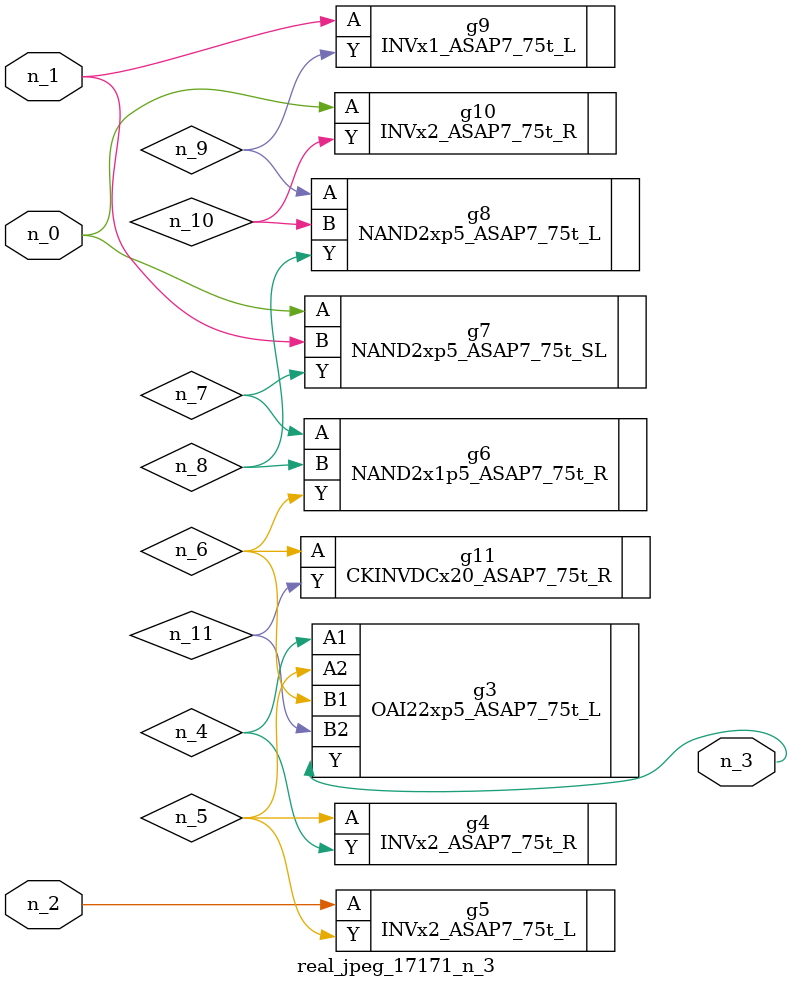
<source format=v>
module real_jpeg_17171_n_3 (n_1, n_0, n_2, n_3);

input n_1;
input n_0;
input n_2;

output n_3;

wire n_5;
wire n_4;
wire n_8;
wire n_11;
wire n_6;
wire n_7;
wire n_10;
wire n_9;

NAND2xp5_ASAP7_75t_SL g7 ( 
.A(n_0),
.B(n_1),
.Y(n_7)
);

INVx2_ASAP7_75t_R g10 ( 
.A(n_0),
.Y(n_10)
);

INVx1_ASAP7_75t_L g9 ( 
.A(n_1),
.Y(n_9)
);

INVx2_ASAP7_75t_L g5 ( 
.A(n_2),
.Y(n_5)
);

OAI22xp5_ASAP7_75t_L g3 ( 
.A1(n_4),
.A2(n_5),
.B1(n_6),
.B2(n_11),
.Y(n_3)
);

INVx2_ASAP7_75t_R g4 ( 
.A(n_5),
.Y(n_4)
);

CKINVDCx20_ASAP7_75t_R g11 ( 
.A(n_6),
.Y(n_11)
);

NAND2x1p5_ASAP7_75t_R g6 ( 
.A(n_7),
.B(n_8),
.Y(n_6)
);

NAND2xp5_ASAP7_75t_L g8 ( 
.A(n_9),
.B(n_10),
.Y(n_8)
);


endmodule
</source>
